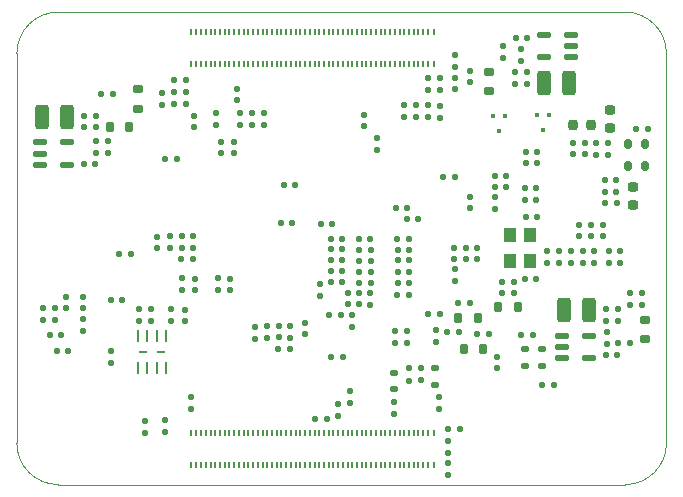
<source format=gbp>
G04 #@! TF.GenerationSoftware,KiCad,Pcbnew,9.0.2+dfsg-1*
G04 #@! TF.CreationDate,2025-11-26T16:26:47+01:00*
G04 #@! TF.ProjectId,ulx5m-gs,756c7835-6d2d-4677-932e-6b696361645f,rev?*
G04 #@! TF.SameCoordinates,Original*
G04 #@! TF.FileFunction,Paste,Bot*
G04 #@! TF.FilePolarity,Positive*
%FSLAX46Y46*%
G04 Gerber Fmt 4.6, Leading zero omitted, Abs format (unit mm)*
G04 Created by KiCad (PCBNEW 9.0.2+dfsg-1) date 2025-11-26 16:26:47*
%MOMM*%
%LPD*%
G01*
G04 APERTURE LIST*
G04 Aperture macros list*
%AMRoundRect*
0 Rectangle with rounded corners*
0 $1 Rounding radius*
0 $2 $3 $4 $5 $6 $7 $8 $9 X,Y pos of 4 corners*
0 Add a 4 corners polygon primitive as box body*
4,1,4,$2,$3,$4,$5,$6,$7,$8,$9,$2,$3,0*
0 Add four circle primitives for the rounded corners*
1,1,$1+$1,$2,$3*
1,1,$1+$1,$4,$5*
1,1,$1+$1,$6,$7*
1,1,$1+$1,$8,$9*
0 Add four rect primitives between the rounded corners*
20,1,$1+$1,$2,$3,$4,$5,0*
20,1,$1+$1,$4,$5,$6,$7,0*
20,1,$1+$1,$6,$7,$8,$9,0*
20,1,$1+$1,$8,$9,$2,$3,0*%
G04 Aperture macros list end*
%ADD10RoundRect,0.175000X0.250000X-0.175000X0.250000X0.175000X-0.250000X0.175000X-0.250000X-0.175000X0*%
%ADD11RoundRect,0.115000X-0.115000X-0.145000X0.115000X-0.145000X0.115000X0.145000X-0.115000X0.145000X0*%
%ADD12RoundRect,0.115000X0.115000X0.145000X-0.115000X0.145000X-0.115000X-0.145000X0.115000X-0.145000X0*%
%ADD13RoundRect,0.115000X-0.145000X0.115000X-0.145000X-0.115000X0.145000X-0.115000X0.145000X0.115000X0*%
%ADD14RoundRect,0.115000X0.145000X-0.115000X0.145000X0.115000X-0.145000X0.115000X-0.145000X-0.115000X0*%
%ADD15RoundRect,0.110000X0.160000X-0.110000X0.160000X0.110000X-0.160000X0.110000X-0.160000X-0.110000X0*%
%ADD16RoundRect,0.125000X0.175000X-0.125000X0.175000X0.125000X-0.175000X0.125000X-0.175000X-0.125000X0*%
%ADD17RoundRect,0.110000X-0.110000X-0.160000X0.110000X-0.160000X0.110000X0.160000X-0.110000X0.160000X0*%
%ADD18RoundRect,0.193750X-0.231250X0.193750X-0.231250X-0.193750X0.231250X-0.193750X0.231250X0.193750X0*%
%ADD19RoundRect,0.230000X-0.345000X-0.820000X0.345000X-0.820000X0.345000X0.820000X-0.345000X0.820000X0*%
%ADD20RoundRect,0.110000X-0.160000X0.110000X-0.160000X-0.110000X0.160000X-0.110000X0.160000X0.110000X0*%
%ADD21RoundRect,0.175000X-0.175000X-0.250000X0.175000X-0.250000X0.175000X0.250000X-0.175000X0.250000X0*%
%ADD22RoundRect,0.110000X0.110000X0.160000X-0.110000X0.160000X-0.110000X-0.160000X0.110000X-0.160000X0*%
%ADD23R,0.130000X0.560000*%
%ADD24R,0.250000X0.560000*%
%ADD25RoundRect,0.125000X-0.175000X0.125000X-0.175000X-0.125000X0.175000X-0.125000X0.175000X0.125000X0*%
%ADD26RoundRect,0.193750X0.231250X-0.193750X0.231250X0.193750X-0.231250X0.193750X-0.231250X-0.193750X0*%
%ADD27RoundRect,0.125000X0.487500X0.125000X-0.487500X0.125000X-0.487500X-0.125000X0.487500X-0.125000X0*%
%ADD28RoundRect,0.125000X-0.487500X-0.125000X0.487500X-0.125000X0.487500X0.125000X-0.487500X0.125000X0*%
%ADD29RoundRect,0.193750X-0.193750X-0.231250X0.193750X-0.231250X0.193750X0.231250X-0.193750X0.231250X0*%
%ADD30RoundRect,0.075000X0.075000X-0.130000X0.075000X0.130000X-0.075000X0.130000X-0.075000X-0.130000X0*%
%ADD31RoundRect,0.027500X0.082500X-0.442500X0.082500X0.442500X-0.082500X0.442500X-0.082500X-0.442500X0*%
%ADD32RoundRect,0.012500X0.337500X-0.037500X0.337500X0.037500X-0.337500X0.037500X-0.337500X-0.037500X0*%
%ADD33RoundRect,0.175000X0.175000X0.250000X-0.175000X0.250000X-0.175000X-0.250000X0.175000X-0.250000X0*%
%ADD34R,1.100000X1.300000*%
%ADD35RoundRect,0.230000X0.345000X0.820000X-0.345000X0.820000X-0.345000X-0.820000X0.345000X-0.820000X0*%
%ADD36RoundRect,0.175000X0.175000X0.225000X-0.175000X0.225000X-0.175000X-0.225000X0.175000X-0.225000X0*%
G04 #@! TA.AperFunction,Profile*
%ADD37C,0.100000*%
G04 #@! TD*
G04 APERTURE END LIST*
D10*
X99210000Y-64180000D03*
X99210000Y-62530000D03*
D11*
X84970000Y-75410000D03*
X85930000Y-75410000D03*
X88210000Y-77610000D03*
X89170000Y-77610000D03*
X91440000Y-77580000D03*
X92400000Y-77580000D03*
D12*
X96610000Y-84550000D03*
X95650000Y-84550000D03*
D13*
X96240000Y-77430000D03*
X96240000Y-78390000D03*
D14*
X110090000Y-83600000D03*
X110090000Y-82640000D03*
D15*
X110310000Y-78700000D03*
X110310000Y-77680000D03*
D10*
X112370000Y-85185000D03*
X112370000Y-83535000D03*
D14*
X73460000Y-83620000D03*
X73460000Y-82660000D03*
X99660000Y-74110000D03*
X99660000Y-73150000D03*
D16*
X94620000Y-87640000D03*
X94620000Y-89040000D03*
D13*
X94670000Y-84410000D03*
X94670000Y-85370000D03*
D17*
X85800000Y-86680000D03*
X86820000Y-86680000D03*
D18*
X109440000Y-65730000D03*
X109440000Y-67305000D03*
D11*
X88210000Y-79460000D03*
X89170000Y-79460000D03*
D13*
X89670000Y-68160000D03*
X89670000Y-69120000D03*
D15*
X95700000Y-96695000D03*
X95700000Y-95675000D03*
D11*
X67140000Y-81840000D03*
X68100000Y-81840000D03*
D15*
X73990000Y-91120000D03*
X73990000Y-90100000D03*
D14*
X95000000Y-64060000D03*
X95000000Y-63100000D03*
X77230000Y-81000000D03*
X77230000Y-80040000D03*
D12*
X92270000Y-74040000D03*
X91310000Y-74040000D03*
X103160000Y-80060000D03*
X102200000Y-80060000D03*
D13*
X107285000Y-68570000D03*
X107285000Y-69530000D03*
D17*
X100260000Y-80340000D03*
X101280000Y-80340000D03*
D12*
X109970000Y-71720000D03*
X109010000Y-71720000D03*
D19*
X105505000Y-82680000D03*
X107655000Y-82680000D03*
D20*
X79410000Y-84110000D03*
X79410000Y-85130000D03*
D21*
X99985000Y-82470000D03*
X101635000Y-82470000D03*
D12*
X97540000Y-82150000D03*
X96580000Y-82150000D03*
D13*
X106295000Y-68570000D03*
X106295000Y-69530000D03*
D14*
X77610000Y-69410000D03*
X77610000Y-68450000D03*
D13*
X80400000Y-84070000D03*
X80400000Y-85030000D03*
D11*
X91440000Y-80440000D03*
X92400000Y-80440000D03*
D15*
X80140000Y-67010000D03*
X80140000Y-65990000D03*
D14*
X97540000Y-74060000D03*
X97540000Y-73100000D03*
X96270000Y-80220000D03*
X96270000Y-79260000D03*
X88590000Y-67160000D03*
X88590000Y-66200000D03*
D11*
X91440000Y-79460000D03*
X92400000Y-79460000D03*
D14*
X65880000Y-67220000D03*
X65880000Y-66260000D03*
D20*
X72230000Y-82610000D03*
X72230000Y-83630000D03*
D14*
X106835000Y-76430000D03*
X106835000Y-75470000D03*
X74300000Y-81000000D03*
X74300000Y-80040000D03*
D13*
X92210000Y-84500000D03*
X92210000Y-85460000D03*
D12*
X102410000Y-59640000D03*
X101450000Y-59640000D03*
X109970000Y-72690000D03*
X109010000Y-72690000D03*
D10*
X69495001Y-65642000D03*
X69495001Y-63992000D03*
D22*
X112110000Y-81240000D03*
X111090000Y-81240000D03*
D15*
X65910000Y-69430000D03*
X65910000Y-68410000D03*
D13*
X101410000Y-62590000D03*
X101410000Y-63550000D03*
D23*
X94010000Y-93125000D03*
X94010000Y-95835000D03*
X93610000Y-93125000D03*
X93610000Y-95835000D03*
X93210000Y-93125000D03*
X93210000Y-95835000D03*
X92810000Y-93125000D03*
X92810000Y-95835000D03*
X92410000Y-93125000D03*
X92410000Y-95835000D03*
X92010000Y-93125000D03*
X92010000Y-95835000D03*
X91610000Y-93125000D03*
X91610000Y-95835000D03*
X91210000Y-93125000D03*
X91210000Y-95835000D03*
X90810000Y-93125000D03*
X90810000Y-95835000D03*
X90410000Y-93125000D03*
X90410000Y-95835000D03*
X90010000Y-93125000D03*
X90010000Y-95835000D03*
X89610000Y-93125000D03*
X89610000Y-95835000D03*
X89210000Y-93125000D03*
X89210000Y-95835000D03*
X88810000Y-93125000D03*
X88810000Y-95835000D03*
X88410000Y-93125000D03*
X88410000Y-95835000D03*
X88010000Y-93125000D03*
X88010000Y-95835000D03*
X87610000Y-93125000D03*
X87610000Y-95835000D03*
X87210000Y-93125000D03*
X87210000Y-95835000D03*
X86810000Y-93125000D03*
X86810000Y-95835000D03*
X86410000Y-93125000D03*
X86410000Y-95835000D03*
X86010000Y-93125000D03*
X86010000Y-95835000D03*
X85610000Y-93125000D03*
X85610000Y-95835000D03*
X85210000Y-93125000D03*
X85210000Y-95835000D03*
X84810000Y-93125000D03*
X84810000Y-95835000D03*
X84410000Y-93125000D03*
X84410000Y-95835000D03*
X84010000Y-93125000D03*
X84010000Y-95835000D03*
X83610000Y-93125000D03*
X83610000Y-95835000D03*
X83210000Y-93125000D03*
X83210000Y-95835000D03*
X82810000Y-93125000D03*
X82810000Y-95835000D03*
X82410000Y-93125000D03*
X82410000Y-95835000D03*
X82010000Y-93125000D03*
X82010000Y-95835000D03*
X81610000Y-93125000D03*
X81610000Y-95835000D03*
X81210000Y-93125000D03*
X81210000Y-95835000D03*
X80810000Y-93125000D03*
X80810000Y-95835000D03*
X80410000Y-93125000D03*
X80410000Y-95835000D03*
X80010000Y-93125000D03*
X80010000Y-95835000D03*
X79610000Y-93125000D03*
X79610000Y-95835000D03*
X79210000Y-93125000D03*
X79210000Y-95835000D03*
X78810000Y-93125000D03*
X78810000Y-95835000D03*
X78410000Y-93125000D03*
X78410000Y-95835000D03*
X78010000Y-93125000D03*
X78010000Y-95835000D03*
X77610000Y-93125000D03*
X77610000Y-95835000D03*
X77210000Y-93125000D03*
X77210000Y-95835000D03*
X76810000Y-93125000D03*
X76810000Y-95835000D03*
X76410000Y-93125000D03*
X76410000Y-95835000D03*
X76010000Y-93125000D03*
X76010000Y-95835000D03*
X75610000Y-93125000D03*
X75610000Y-95835000D03*
X75210000Y-93125000D03*
X75210000Y-95835000D03*
X74810000Y-93125000D03*
X74810000Y-95835000D03*
X74410000Y-93125000D03*
X74410000Y-95835000D03*
D24*
X94485000Y-93125000D03*
X94485000Y-95835000D03*
X73935000Y-93125000D03*
X73935000Y-95835000D03*
D20*
X94020000Y-65380000D03*
X94020000Y-66400000D03*
D11*
X88210000Y-78540000D03*
X89170000Y-78540000D03*
D13*
X70560000Y-82650000D03*
X70560000Y-83610000D03*
X109275000Y-68580000D03*
X109275000Y-69540000D03*
D22*
X62440000Y-82540000D03*
X61420000Y-82540000D03*
D20*
X66920000Y-68400000D03*
X66920000Y-69420000D03*
D25*
X103650000Y-87417500D03*
X103650000Y-86017500D03*
D22*
X111130000Y-85530000D03*
X110110000Y-85530000D03*
D14*
X67200000Y-87150000D03*
X67200000Y-86190000D03*
X100630000Y-72280000D03*
X100630000Y-71320000D03*
D13*
X77820000Y-64000000D03*
X77820000Y-64960000D03*
D14*
X88210000Y-82230000D03*
X88210000Y-81270000D03*
D17*
X85610000Y-83130000D03*
X86630000Y-83130000D03*
D13*
X96270000Y-61150000D03*
X96270000Y-62110000D03*
D14*
X83600000Y-84770000D03*
X83600000Y-83810000D03*
X76230000Y-80990000D03*
X76230000Y-80030000D03*
D26*
X111365000Y-73837500D03*
X111365000Y-72262500D03*
D14*
X89150000Y-82240000D03*
X89150000Y-81280000D03*
D12*
X86760000Y-80340000D03*
X85800000Y-80340000D03*
D20*
X92380000Y-87650000D03*
X92380000Y-88670000D03*
D15*
X91110000Y-91530000D03*
X91110000Y-90510000D03*
D19*
X61340000Y-66320000D03*
X63490000Y-66320000D03*
D22*
X82340000Y-86000000D03*
X81320000Y-86000000D03*
D11*
X88180000Y-76690000D03*
X89140000Y-76690000D03*
D14*
X108795000Y-76430000D03*
X108795000Y-75470000D03*
D12*
X112608750Y-67390000D03*
X111648750Y-67390000D03*
D25*
X102200000Y-87407500D03*
X102200000Y-86007500D03*
D22*
X62440000Y-83550000D03*
X61420000Y-83550000D03*
D14*
X94030000Y-64050000D03*
X94030000Y-63090000D03*
D12*
X101270000Y-81280000D03*
X100310000Y-81280000D03*
D20*
X106110000Y-77680000D03*
X106110000Y-78700000D03*
X87590000Y-83140000D03*
X87590000Y-84160000D03*
D27*
X106107500Y-59400000D03*
X106107500Y-60350000D03*
X106107500Y-61300000D03*
X103832500Y-61300000D03*
X103832500Y-59400000D03*
D13*
X91250000Y-84500000D03*
X91250000Y-85460000D03*
D15*
X109320000Y-78710000D03*
X109320000Y-77690000D03*
D17*
X72520000Y-64260000D03*
X73540000Y-64260000D03*
D14*
X109050000Y-83600000D03*
X109050000Y-82640000D03*
D12*
X86760000Y-77570000D03*
X85800000Y-77570000D03*
D15*
X93390000Y-88660000D03*
X93390000Y-87640000D03*
D11*
X91430000Y-76660000D03*
X92390000Y-76660000D03*
D12*
X86770000Y-76650000D03*
X85810000Y-76650000D03*
D14*
X96290000Y-64000000D03*
X96290000Y-63040000D03*
D20*
X92020000Y-65380000D03*
X92020000Y-66400000D03*
D11*
X102235000Y-73360000D03*
X103195000Y-73360000D03*
D28*
X105400000Y-86790000D03*
X105400000Y-85840000D03*
X105400000Y-84890000D03*
X107675000Y-84890000D03*
X107675000Y-86790000D03*
D15*
X70070000Y-93110000D03*
X70070000Y-92090000D03*
D20*
X69560000Y-82610000D03*
X69560000Y-83630000D03*
D22*
X95070000Y-83060000D03*
X94050000Y-83060000D03*
D29*
X106272500Y-67060000D03*
X107847500Y-67060000D03*
D11*
X102235000Y-72360000D03*
X103195000Y-72360000D03*
D22*
X99190000Y-84740000D03*
X98170000Y-84740000D03*
X112115000Y-82240000D03*
X111095000Y-82240000D03*
D11*
X91440000Y-78500000D03*
X92400000Y-78500000D03*
D12*
X82750000Y-72120000D03*
X81790000Y-72120000D03*
D14*
X64900000Y-67220000D03*
X64900000Y-66260000D03*
D20*
X71515001Y-64327000D03*
X71515001Y-65347000D03*
D30*
X103260000Y-66195000D03*
X104260000Y-66195000D03*
X103760000Y-67485000D03*
D14*
X72160000Y-77410000D03*
X72160000Y-76450000D03*
D20*
X101930000Y-60600000D03*
X101930000Y-61620000D03*
D30*
X99500000Y-66255000D03*
X100500000Y-66255000D03*
X100000000Y-67545000D03*
D20*
X107110000Y-77680000D03*
X107110000Y-78700000D03*
D31*
X71855000Y-87630000D03*
X71055000Y-87630000D03*
X70255000Y-87630000D03*
X69455000Y-87630000D03*
X69455000Y-84940000D03*
X70255000Y-84940000D03*
X71055000Y-84940000D03*
X71855000Y-84940000D03*
D32*
X71455000Y-86285000D03*
X69855000Y-86285000D03*
D11*
X102315000Y-69290000D03*
X103275000Y-69290000D03*
D12*
X86760000Y-78490000D03*
X85800000Y-78490000D03*
X96280000Y-71430000D03*
X95320000Y-71430000D03*
D13*
X64830000Y-83500000D03*
X64830000Y-84460000D03*
D17*
X101895000Y-84835000D03*
X102915000Y-84835000D03*
D12*
X68850000Y-77960000D03*
X67890000Y-77960000D03*
D11*
X62005000Y-84820000D03*
X62965000Y-84820000D03*
D12*
X63560000Y-86130000D03*
X62600000Y-86130000D03*
D11*
X102315000Y-70290000D03*
X103275000Y-70290000D03*
D14*
X74205000Y-67215000D03*
X74205000Y-66255000D03*
D15*
X87410000Y-90540000D03*
X87410000Y-89520000D03*
X86410000Y-91670000D03*
X86410000Y-90650000D03*
D14*
X63360000Y-82550000D03*
X63360000Y-81590000D03*
D11*
X92230000Y-75010000D03*
X93190000Y-75010000D03*
D33*
X98225000Y-83340000D03*
X96575000Y-83340000D03*
D15*
X78130000Y-67020000D03*
X78130000Y-66000000D03*
D13*
X99870000Y-86650000D03*
X99870000Y-87610000D03*
D15*
X94955000Y-91045000D03*
X94955000Y-90025000D03*
D11*
X102305000Y-74820000D03*
X103265000Y-74820000D03*
D20*
X105110000Y-77690000D03*
X105110000Y-78710000D03*
D22*
X67340000Y-64385000D03*
X66320000Y-64385000D03*
D17*
X95695000Y-92810000D03*
X96715000Y-92810000D03*
D14*
X97550000Y-63430000D03*
X97550000Y-62470000D03*
X64830000Y-82540000D03*
X64830000Y-81580000D03*
D15*
X100380000Y-61390000D03*
X100380000Y-60370000D03*
D34*
X102650000Y-76330000D03*
X102650000Y-78530000D03*
X100950000Y-78530000D03*
X100950000Y-76330000D03*
D20*
X95020000Y-65390000D03*
X95020000Y-66410000D03*
D33*
X98705000Y-86000000D03*
X97055000Y-86000000D03*
D17*
X72535000Y-63210000D03*
X73555000Y-63210000D03*
D15*
X109160000Y-85590000D03*
X109160000Y-84570000D03*
D23*
X94010000Y-59125000D03*
X94010000Y-61835000D03*
X93610000Y-59125000D03*
X93610000Y-61835000D03*
X93210000Y-59125000D03*
X93210000Y-61835000D03*
X92810000Y-59125000D03*
X92810000Y-61835000D03*
X92410000Y-59125000D03*
X92410000Y-61835000D03*
X92010000Y-59125000D03*
X92010000Y-61835000D03*
X91610000Y-59125000D03*
X91610000Y-61835000D03*
X91210000Y-59125000D03*
X91210000Y-61835000D03*
X90810000Y-59125000D03*
X90810000Y-61835000D03*
X90410000Y-59125000D03*
X90410000Y-61835000D03*
X90010000Y-59125000D03*
X90010000Y-61835000D03*
X89610000Y-59125000D03*
X89610000Y-61835000D03*
X89210000Y-59125000D03*
X89210000Y-61835000D03*
X88810000Y-59125000D03*
X88810000Y-61835000D03*
X88410000Y-59125000D03*
X88410000Y-61835000D03*
X88010000Y-59125000D03*
X88010000Y-61835000D03*
X87610000Y-59125000D03*
X87610000Y-61835000D03*
X87210000Y-59125000D03*
X87210000Y-61835000D03*
X86810000Y-59125000D03*
X86810000Y-61835000D03*
X86410000Y-59125000D03*
X86410000Y-61835000D03*
X86010000Y-59125000D03*
X86010000Y-61835000D03*
X85610000Y-59125000D03*
X85610000Y-61835000D03*
X85210000Y-59125000D03*
X85210000Y-61835000D03*
X84810000Y-59125000D03*
X84810000Y-61835000D03*
X84410000Y-59125000D03*
X84410000Y-61835000D03*
X84010000Y-59125000D03*
X84010000Y-61835000D03*
X83610000Y-59125000D03*
X83610000Y-61835000D03*
X83210000Y-59125000D03*
X83210000Y-61835000D03*
X82810000Y-59125000D03*
X82810000Y-61835000D03*
X82410000Y-59125000D03*
X82410000Y-61835000D03*
X82010000Y-59125000D03*
X82010000Y-61835000D03*
X81610000Y-59125000D03*
X81610000Y-61835000D03*
X81210000Y-59125000D03*
X81210000Y-61835000D03*
X80810000Y-59125000D03*
X80810000Y-61835000D03*
X80410000Y-59125000D03*
X80410000Y-61835000D03*
X80010000Y-59125000D03*
X80010000Y-61835000D03*
X79610000Y-59125000D03*
X79610000Y-61835000D03*
X79210000Y-59125000D03*
X79210000Y-61835000D03*
X78810000Y-59125000D03*
X78810000Y-61835000D03*
X78410000Y-59125000D03*
X78410000Y-61835000D03*
X78010000Y-59125000D03*
X78010000Y-61835000D03*
X77610000Y-59125000D03*
X77610000Y-61835000D03*
X77210000Y-59125000D03*
X77210000Y-61835000D03*
X76810000Y-59125000D03*
X76810000Y-61835000D03*
X76410000Y-59125000D03*
X76410000Y-61835000D03*
X76010000Y-59125000D03*
X76010000Y-61835000D03*
X75610000Y-59125000D03*
X75610000Y-61835000D03*
X75210000Y-59125000D03*
X75210000Y-61835000D03*
X74810000Y-59125000D03*
X74810000Y-61835000D03*
X74410000Y-59125000D03*
X74410000Y-61835000D03*
D24*
X94485000Y-59125000D03*
X94485000Y-61835000D03*
X73935000Y-59125000D03*
X73935000Y-61835000D03*
D35*
X105955000Y-63490000D03*
X103805000Y-63490000D03*
D14*
X99650000Y-72280000D03*
X99650000Y-71320000D03*
X87250000Y-82200000D03*
X87250000Y-81240000D03*
D20*
X76110000Y-66010000D03*
X76110000Y-67030000D03*
D13*
X97220000Y-77430000D03*
X97220000Y-78390000D03*
D15*
X79130000Y-67010000D03*
X79130000Y-65990000D03*
D21*
X67055000Y-67190000D03*
X68705000Y-67190000D03*
D11*
X88210000Y-80380000D03*
X89170000Y-80380000D03*
D25*
X91140000Y-89420000D03*
X91140000Y-88020000D03*
D11*
X109100000Y-86550000D03*
X110060000Y-86550000D03*
D13*
X102400000Y-62590000D03*
X102400000Y-63550000D03*
X98200000Y-77430000D03*
X98200000Y-78390000D03*
D12*
X86760000Y-79420000D03*
X85800000Y-79420000D03*
D36*
X112383750Y-68635000D03*
X112383750Y-70485000D03*
X110933750Y-70485000D03*
X110933750Y-68635000D03*
D14*
X76510000Y-69410000D03*
X76510000Y-68450000D03*
D12*
X109980000Y-73660000D03*
X109020000Y-73660000D03*
D14*
X71050000Y-77450000D03*
X71050000Y-76490000D03*
D13*
X108285000Y-68580000D03*
X108285000Y-69540000D03*
D15*
X108110000Y-78700000D03*
X108110000Y-77680000D03*
D20*
X71790000Y-92050000D03*
X71790000Y-93070000D03*
X104110000Y-77690000D03*
X104110000Y-78710000D03*
D14*
X73180000Y-80990000D03*
X73180000Y-80030000D03*
D13*
X82360000Y-84070000D03*
X82360000Y-85030000D03*
D15*
X95705000Y-94770000D03*
X95705000Y-93750000D03*
D20*
X93020000Y-65380000D03*
X93020000Y-66400000D03*
D28*
X61190000Y-70410000D03*
X61190000Y-69460000D03*
X61190000Y-68510000D03*
X63465000Y-68510000D03*
X63465000Y-70410000D03*
D12*
X82510000Y-75320000D03*
X81550000Y-75320000D03*
X92390000Y-81430000D03*
X91430000Y-81430000D03*
X74140000Y-76470000D03*
X73180000Y-76470000D03*
D14*
X107815000Y-76430000D03*
X107815000Y-75470000D03*
D22*
X104670000Y-89070000D03*
X103650000Y-89070000D03*
D13*
X84860000Y-80540000D03*
X84860000Y-81500000D03*
D12*
X74150000Y-77450000D03*
X73190000Y-77450000D03*
D22*
X73540000Y-65285000D03*
X72520000Y-65285000D03*
D12*
X74100000Y-78410000D03*
X73140000Y-78410000D03*
D17*
X84450000Y-91920000D03*
X85470000Y-91920000D03*
D11*
X64880000Y-70330000D03*
X65840000Y-70330000D03*
D13*
X81380000Y-84060000D03*
X81380000Y-85020000D03*
D22*
X72810000Y-69890000D03*
X71790000Y-69890000D03*
D37*
X62710000Y-57480000D02*
X110710000Y-57480000D01*
X62710000Y-97480000D02*
X110710000Y-97480000D01*
X114210000Y-93980000D02*
G75*
G02*
X110710000Y-97480000I-3500000J0D01*
G01*
X110710000Y-57480000D02*
G75*
G02*
X114210000Y-60980000I0J-3500000D01*
G01*
X114210000Y-93980000D02*
X114210000Y-60980000D01*
X59210000Y-60980000D02*
G75*
G02*
X62710000Y-57480000I3500000J0D01*
G01*
X62710000Y-97480000D02*
G75*
G02*
X59210000Y-93980000I0J3500000D01*
G01*
X59210000Y-60980000D02*
X59210000Y-93980000D01*
M02*

</source>
